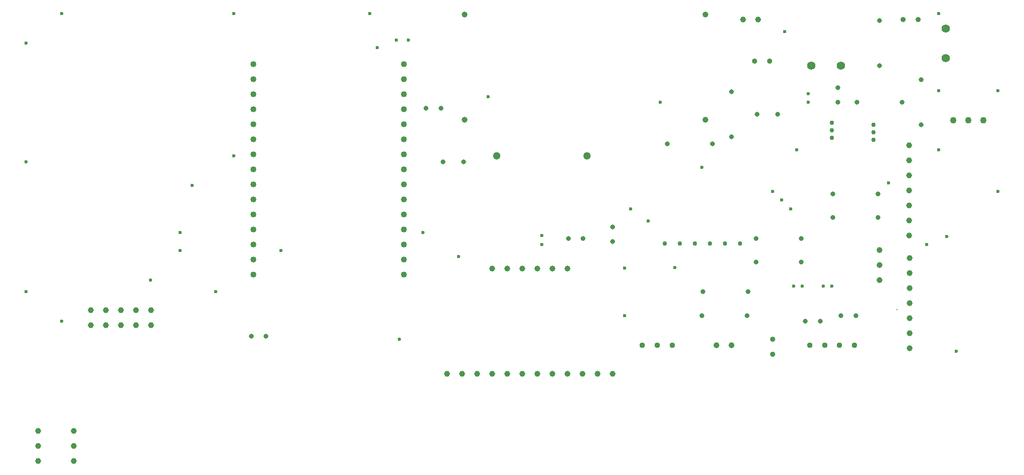
<source format=gbr>
%TF.GenerationSoftware,KiCad,Pcbnew,8.0.4*%
%TF.CreationDate,2024-10-16T11:03:02-05:00*%
%TF.ProjectId,touchboard,746f7563-6862-46f6-9172-642e6b696361,rev?*%
%TF.SameCoordinates,Original*%
%TF.FileFunction,Plated,1,2,PTH,Drill*%
%TF.FilePolarity,Positive*%
%FSLAX46Y46*%
G04 Gerber Fmt 4.6, Leading zero omitted, Abs format (unit mm)*
G04 Created by KiCad (PCBNEW 8.0.4) date 2024-10-16 11:03:02*
%MOMM*%
%LPD*%
G01*
G04 APERTURE LIST*
%TA.AperFunction,ViaDrill*%
%ADD10C,0.300000*%
%TD*%
%TA.AperFunction,ViaDrill*%
%ADD11C,0.600000*%
%TD*%
%TA.AperFunction,ComponentDrill*%
%ADD12C,0.600000*%
%TD*%
%TA.AperFunction,ComponentDrill*%
%ADD13C,0.750000*%
%TD*%
%TA.AperFunction,ComponentDrill*%
%ADD14C,0.762000*%
%TD*%
%TA.AperFunction,ComponentDrill*%
%ADD15C,0.800000*%
%TD*%
%TA.AperFunction,ComponentDrill*%
%ADD16C,0.900000*%
%TD*%
%TA.AperFunction,ComponentDrill*%
%ADD17C,0.950000*%
%TD*%
%TA.AperFunction,ComponentDrill*%
%ADD18C,1.000000*%
%TD*%
%TA.AperFunction,ComponentDrill*%
%ADD19C,1.020000*%
%TD*%
%TA.AperFunction,ComponentDrill*%
%ADD20C,1.100000*%
%TD*%
%TA.AperFunction,ComponentDrill*%
%ADD21C,1.300000*%
%TD*%
%TA.AperFunction,ComponentDrill*%
%ADD22C,1.400000*%
%TD*%
G04 APERTURE END LIST*
D10*
X191000000Y-95000000D03*
D11*
X44000000Y-50000000D03*
X44000000Y-70000000D03*
X44000000Y-92000000D03*
X50000000Y-45000000D03*
X50000000Y-97000000D03*
X65000000Y-90000000D03*
X70000000Y-82000000D03*
X70000000Y-85000000D03*
X72000000Y-74000000D03*
X76000000Y-92000000D03*
X79000000Y-45000000D03*
X79000000Y-69000000D03*
X87000000Y-85000000D03*
X102000000Y-45000000D03*
X103273657Y-50726343D03*
X106500000Y-49500000D03*
X107000000Y-100000000D03*
X108505110Y-49494890D03*
X111000000Y-82000000D03*
X117000000Y-86000000D03*
X122000000Y-59000000D03*
X145000000Y-88000000D03*
X145000000Y-96000000D03*
X146000000Y-78000000D03*
X149000000Y-80000000D03*
X151000000Y-60000000D03*
X153427717Y-87867390D03*
X158000000Y-71000000D03*
X170000000Y-75000000D03*
X171500000Y-76500000D03*
X172000000Y-48000000D03*
X173000000Y-78000000D03*
X174000000Y-68000000D03*
X189490227Y-73589515D03*
X196000000Y-84000000D03*
X198000000Y-45000000D03*
X198000000Y-58000000D03*
X198000000Y-68000000D03*
X199352288Y-82647712D03*
X201000000Y-102000000D03*
X208000000Y-58000000D03*
X208000000Y-75000000D03*
D12*
%TO.C,C34*%
X131000000Y-82500000D03*
X131000000Y-84000000D03*
%TO.C,C6*%
X173500000Y-91000000D03*
X175000000Y-91000000D03*
%TO.C,C4*%
X176000000Y-58500000D03*
X176000000Y-60000000D03*
%TO.C,C8*%
X178500000Y-91000000D03*
X180000000Y-91000000D03*
D13*
%TO.C,Q1*%
X180000000Y-63460000D03*
X180000000Y-64730000D03*
X180000000Y-66000000D03*
%TO.C,Q2*%
X187000000Y-63730000D03*
X187000000Y-65000000D03*
X187000000Y-66270000D03*
D14*
%TO.C,U7*%
X151750000Y-83825000D03*
X154290000Y-83825000D03*
X156830000Y-83825000D03*
X159370000Y-83825000D03*
X161910000Y-83825000D03*
X164450000Y-83825000D03*
D15*
%TO.C,C32*%
X82000000Y-99500000D03*
X84500000Y-99500000D03*
%TO.C,C2*%
X111500000Y-61000000D03*
X114000000Y-61000000D03*
%TO.C,C3*%
X114347349Y-70000000D03*
X117847349Y-70000000D03*
%TO.C,C35*%
X135500000Y-83000000D03*
X138000000Y-83000000D03*
%TO.C,C33*%
X143000000Y-81000000D03*
X143000000Y-83500000D03*
%TO.C,R2*%
X152190000Y-67000000D03*
%TO.C,R6*%
X158000000Y-96000000D03*
%TO.C,R10*%
X158190000Y-92000000D03*
%TO.C,R2*%
X159810000Y-67000000D03*
%TO.C,R1*%
X163000000Y-58190000D03*
X163000000Y-65810000D03*
%TO.C,R6*%
X165620000Y-96000000D03*
%TO.C,R10*%
X165810000Y-92000000D03*
%TO.C,R8*%
X167190000Y-83000000D03*
%TO.C,R7*%
X167190000Y-87000000D03*
%TO.C,C1*%
X167347349Y-62000000D03*
X170847349Y-62000000D03*
%TO.C,R8*%
X174810000Y-83000000D03*
%TO.C,R7*%
X174810000Y-87000000D03*
%TO.C,C7*%
X175500000Y-97000000D03*
X178000000Y-97000000D03*
%TO.C,RSD1*%
X180143000Y-75420000D03*
%TO.C,RG1*%
X180143000Y-79420000D03*
%TO.C,C5*%
X181000000Y-57500000D03*
X181000000Y-60000000D03*
%TO.C,C9*%
X181500000Y-96000000D03*
X184000000Y-96000000D03*
%TO.C,R3*%
X184190000Y-60000000D03*
%TO.C,RSD1*%
X187763000Y-75420000D03*
%TO.C,RG1*%
X187763000Y-79420000D03*
%TO.C,R5*%
X188000000Y-46190000D03*
X188000000Y-53810000D03*
%TO.C,R3*%
X191810000Y-60000000D03*
%TO.C,R4*%
X195000000Y-56190000D03*
X195000000Y-63810000D03*
D16*
%TO.C,D2*%
X166905000Y-53000000D03*
X169445000Y-53000000D03*
%TO.C,D3*%
X170000000Y-100000000D03*
X170000000Y-102540000D03*
%TO.C,D4*%
X192000000Y-46000000D03*
X194540000Y-46000000D03*
D17*
%TO.C,J5*%
X148000000Y-101000000D03*
X150500000Y-101000000D03*
X153000000Y-101000000D03*
%TO.C,J4*%
X176250000Y-101000000D03*
X178750000Y-101000000D03*
X181250000Y-101000000D03*
X183750000Y-101000000D03*
D18*
%TO.C,JP2*%
X46000000Y-115460000D03*
X46000000Y-118000000D03*
X46000000Y-120540000D03*
%TO.C,JP3*%
X52000000Y-115460000D03*
X52000000Y-118000000D03*
X52000000Y-120540000D03*
%TO.C,U6*%
X54920000Y-95130000D03*
X54920000Y-97670000D03*
X57460000Y-95130000D03*
X57460000Y-97670000D03*
X60000000Y-95130000D03*
X60000000Y-97670000D03*
X62540000Y-95130000D03*
X62540000Y-97670000D03*
X65080000Y-95130000D03*
X65080000Y-97670000D03*
%TO.C,U1*%
X115030000Y-105890000D03*
X117570000Y-105890000D03*
%TO.C,U2*%
X118000000Y-45110000D03*
X118000000Y-62890000D03*
%TO.C,U1*%
X120110000Y-105890000D03*
X122650000Y-88110000D03*
X122650000Y-105890000D03*
X125190000Y-88110000D03*
X125190000Y-105890000D03*
X127730000Y-88110000D03*
X127730000Y-105890000D03*
X130270000Y-88110000D03*
X130270000Y-105890000D03*
X132810000Y-88110000D03*
X132810000Y-105890000D03*
X135350000Y-88110000D03*
X135350000Y-105890000D03*
X137890000Y-105890000D03*
X140430000Y-105890000D03*
X142970000Y-105890000D03*
%TO.C,U2*%
X158640000Y-45110000D03*
X158640000Y-62890000D03*
%TO.C,J8*%
X160500000Y-101000000D03*
X163000000Y-101000000D03*
%TO.C,J2*%
X165000000Y-46000000D03*
X167500000Y-46000000D03*
%TO.C,JP1*%
X188000000Y-84920000D03*
X188000000Y-87460000D03*
X188000000Y-90000000D03*
%TO.C,U4*%
X192999000Y-67260000D03*
X192999000Y-69800000D03*
X192999000Y-72340000D03*
X192999000Y-74880000D03*
X192999000Y-77420000D03*
X192999000Y-79960000D03*
X192999000Y-82500000D03*
%TO.C,U5*%
X193046000Y-86260000D03*
X193046000Y-88800000D03*
X193046000Y-91340000D03*
X193046000Y-93880000D03*
X193046000Y-96420000D03*
X193046000Y-98960000D03*
X193046000Y-101500000D03*
D19*
%TO.C,U3*%
X82300000Y-53485000D03*
X82300000Y-56025000D03*
X82300000Y-58565000D03*
X82300000Y-61105000D03*
X82300000Y-63645000D03*
X82300000Y-66185000D03*
X82300000Y-68725000D03*
X82300000Y-71265000D03*
X82300000Y-73805000D03*
X82300000Y-76345000D03*
X82300000Y-78885000D03*
X82300000Y-81425000D03*
X82300000Y-83965000D03*
X82300000Y-86505000D03*
X82300000Y-89045000D03*
X107700000Y-53485000D03*
X107700000Y-56025000D03*
X107700000Y-58565000D03*
X107700000Y-61105000D03*
X107700000Y-63645000D03*
X107700000Y-66185000D03*
X107700000Y-68725000D03*
X107700000Y-71265000D03*
X107700000Y-73805000D03*
X107700000Y-76345000D03*
X107700000Y-78885000D03*
X107700000Y-81425000D03*
X107700000Y-83965000D03*
X107700000Y-86505000D03*
X107700000Y-89045000D03*
D20*
%TO.C,Q3*%
X200460000Y-63000000D03*
X203000000Y-63000000D03*
X205540000Y-63000000D03*
D21*
%TO.C,D1*%
X123380000Y-69000000D03*
X138620000Y-69000000D03*
D22*
%TO.C,J1*%
X176500000Y-53777500D03*
X181500000Y-53777500D03*
%TO.C,J3*%
X199222500Y-47500000D03*
X199222500Y-52500000D03*
M02*

</source>
